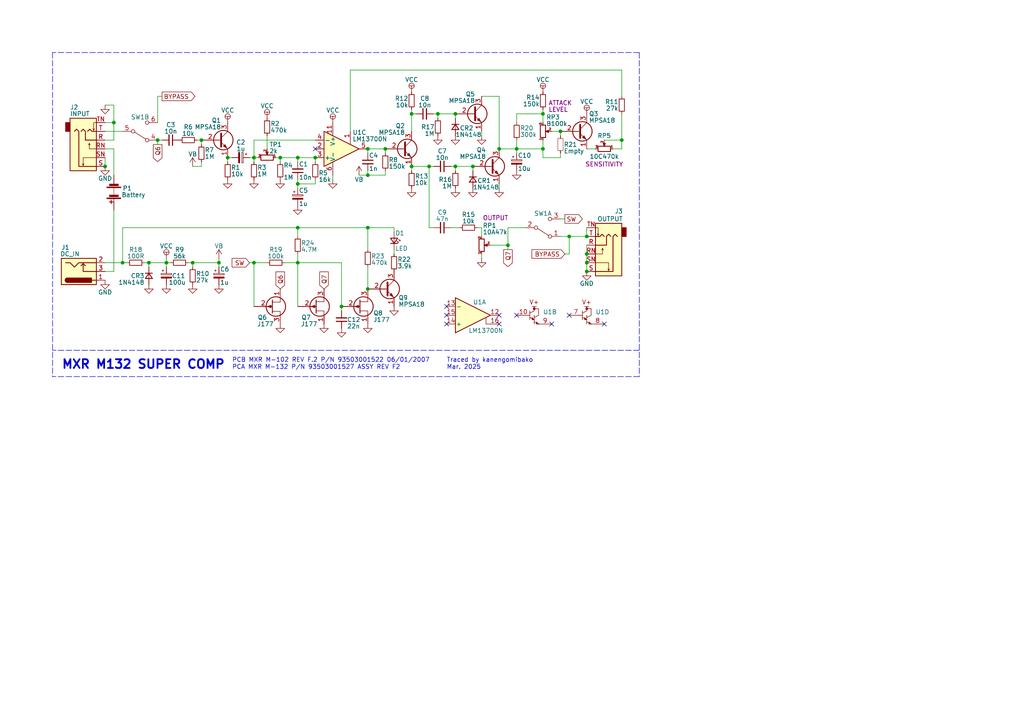
<source format=kicad_sch>
(kicad_sch (version 20250114) (generator "eeschema") (generator_version "9.0")
  (paper "A4")
  (lib_symbols
    (symbol "Amplifier_Operational:LM13700" (pin_names (offset 0.127))
      (property "Reference" "U1" (at 0 10.16 0))
      (property "Value" "LM13700" (at 0 7.62 0))
      (symbol "LM13700_1_1"
        (pin input line (at -7.62 2.54 0) (length 2.54) (name "-") (number "13"))
        (pin input line (at -7.62 0 0) (length 2.54) (name "~") (number "15"))
        (pin input line (at -7.62 -2.54 0) (length 2.54) (name "+") (number "14"))
        (pin output line (at 7.62 0 180) (length 2.54) (name "~") (number "12"))
        (pin input line (at 7.62 -2.54 180) (length 2.54) (name "~") (number "16"))
      )
      (symbol "LM13700_2_1"
        (text "V+" (at -2.54 3.81 0) (effects (font (size 1.27 1.27))))
        (pin input line (at -7.62 0 0) (length 3.81) (name "~") (number "10"))
        (pin output line (at 2.54 -2.54 180) (length 3.81) (name "~") (number "9"))
      )
      (symbol "LM13700_3_1"
        (pin input line (at -7.62 2.54 0) (length 2.54) (name "-") (number "4"))
        (pin input line (at -7.62 0 0) (length 2.54) (name "~") (number "2"))
        (pin input line (at -7.62 -2.54 0) (length 2.54) (name "+") (number "3"))
        (pin input line (at 2.54 5.08 270) (length 2.54) (name "~") (number "1"))
        (pin output line (at 7.62 0 180) (length 2.54) (name "~") (number "5"))
      )
      (symbol "LM13700_4_0"
        (text "V+" (at -2.54 3.81 0) (effects (font (size 1.27 1.27))))
      )
      (symbol "LM13700_4_1"
        (pin input line (at -7.62 0 0) (length 3.81) (name "~") (number "7"))
        (pin output line (at 2.54 -2.54 180) (length 3.81) (name "~") (number "8"))
      )
      (symbol "LM13700_5_1"
        (pin power_in line (at -2.54 7.62 270) (length 3.81) (name "V+") (number "11"))
        (pin power_in line (at -2.54 -7.62 90) (length 3.81) (name "V-") (number "6"))
      )
    )
    (symbol "AudioJack3_Switch_1"
      (property "Reference" "JK2" (at -5.3975 12.065 0))
      (property "Value" "AudioJack3_Switch_1" (at -5.3975 10.16 0))
      (symbol "AudioJack3_Switch_1_1_1"
        (pin passive line (at 5.08 5.08 180) (length 2.54) (name "~") (number "S"))
        (pin passive line (at 5.08 2.54 180) (length 2.54) (name "~") (number "SN"))
        (pin passive line (at 5.08 0 180) (length 2.54) (name "~") (number "RN"))
        (pin passive line (at 5.08 -2.54 180) (length 2.54) (name "~") (number "R"))
        (pin passive line (at 5.08 -5.08 180) (length 2.54) (name "~") (number "T"))
        (pin passive line (at 5.08 -7.62 180) (length 2.54) (name "~") (number "TN"))
      )
    )
    (symbol "Connector:Barrel_Jack_Switch" (pin_names (hide yes))
      (property "Reference" "J" (at 0 5.334 0))
      (property "Value" "Barrel_Jack_Switch" (at 0 -5.08 0))
      (symbol "Barrel_Jack_Switch_1_1"
        (pin passive line (at 7.62 2.54 180) (length 2.54) (name "~") (number "1"))
        (pin passive line (at 7.62 0 180) (length 2.54) (name "~") (number "3"))
        (pin passive line (at 7.62 -2.54 180) (length 2.54) (name "~") (number "2"))
      )
    )
    (symbol "D_Small_1" (pin_numbers (hide yes)) (pin_names (offset 0.254) (hide yes))
      (property "Reference" "D" (at -1.27 2.032 0))
      (property "Value" "D_Small" (at -3.81 -2.032 0))
      (symbol "D_Small_1_1_1"
        (pin passive line (at -2.54 0 0) (length 1.778) (name "K") (number "1"))
        (pin passive line (at 2.54 0 180) (length 1.778) (name "A") (number "2"))
      )
    )
    (symbol "Device:Battery" (pin_numbers (hide yes)) (pin_names (offset 0) (hide yes))
      (property "Reference" "BT" (at 2.54 2.54 0))
      (property "Value" "Battery" (at 2.54 0 0))
      (symbol "Battery_1_1"
        (pin passive line (at 0 5.08 270) (length 2.54) (name "+") (number "1"))
        (pin passive line (at 0 -5.08 90) (length 2.54) (name "-") (number "2"))
      )
    )
    (symbol "Device:C_Polarized_Small" (pin_numbers (hide yes)) (pin_names (offset 0.254) (hide yes))
      (property "Reference" "C" (at 0.254 1.778 0))
      (property "Value" "C_Polarized_Small" (at 0.254 -2.032 0))
      (symbol "C_Polarized_Small_1_1"
        (pin passive line (at 0 2.54 270) (length 1.8542) (name "~") (number "1"))
        (pin passive line (at 0 -2.54 90) (length 1.8542) (name "~") (number "2"))
      )
    )
    (symbol "Device:C_Small" (pin_numbers (hide yes)) (pin_names (offset 0.254) (hide yes))
      (property "Reference" "C" (at 0.254 1.778 0))
      (property "Value" "C_Small" (at 0.254 -2.032 0))
      (symbol "C_Small_1_1"
        (pin passive line (at 0 2.54 270) (length 2.032) (name "~") (number "1"))
        (pin passive line (at 0 -2.54 90) (length 2.032) (name "~") (number "2"))
      )
    )
    (symbol "Device:LED_Small" (pin_numbers (hide yes)) (pin_names (offset 0.254) (hide yes))
      (property "Reference" "D" (at -1.27 3.175 0))
      (property "Value" "LED_Small" (at -4.445 -2.54 0))
      (symbol "LED_Small_1_1"
        (pin passive line (at -2.54 0 0) (length 1.778) (name "K") (number "1"))
        (pin passive line (at 2.54 0 180) (length 1.778) (name "A") (number "2"))
      )
    )
    (symbol "Device:Q_PJFET_SGD" (pin_names (offset 0) (hide yes))
      (property "Reference" "Q" (at 5.08 1.27 0))
      (property "Value" "Q_PJFET_SGD" (at 5.08 -1.27 0))
      (symbol "Q_PJFET_SGD_1_1"
        (pin input line (at -5.08 0 0) (length 5.334) (name "G") (number "2"))
        (pin passive line (at 2.54 5.08 270) (length 2.54) (name "D") (number "3"))
        (pin passive line (at 2.54 -5.08 90) (length 2.54) (name "S") (number "1"))
      )
    )
    (symbol "Device:R_Potentiometer_Small" (pin_names (offset 1.016) (hide yes))
      (property "Reference" "RV" (at -4.445 0 90))
      (property "Value" "R_Potentiometer_Small" (at -2.54 0 90))
      (symbol "R_Potentiometer_Small_1_1"
        (pin passive line (at 0 2.54 270) (length 0.635) (name "1") (number "1"))
        (pin passive line (at 0 -2.54 90) (length 0.635) (name "3") (number "3"))
        (pin passive line (at 2.54 0 180) (length 0.9906) (name "2") (number "2"))
      )
    )
    (symbol "Device:R_Small" (pin_numbers (hide yes)) (pin_names (offset 0.254) (hide yes))
      (property "Reference" "R" (at 0.762 0.508 0))
      (property "Value" "R_Small" (at 0.762 -1.016 0))
      (symbol "R_Small_1_1"
        (pin passive line (at 0 2.54 270) (length 0.762) (name "~") (number "1"))
        (pin passive line (at 0 -2.54 90) (length 0.762) (name "~") (number "2"))
      )
    )
    (symbol "LM13700_1" (pin_names (offset 0.127))
      (property "Reference" "U1" (at 0 10.16 0))
      (property "Value" "LM13700" (at 0 7.62 0))
      (symbol "LM13700_1_1_1"
        (pin input line (at -7.62 2.54 0) (length 2.54) (name "-") (number "13"))
        (pin input line (at -7.62 0 0) (length 2.54) (name "~") (number "15"))
        (pin input line (at -7.62 -2.54 0) (length 2.54) (name "+") (number "14"))
        (pin output line (at 7.62 0 180) (length 2.54) (name "~") (number "12"))
        (pin input line (at 7.62 -2.54 180) (length 2.54) (name "~") (number "16"))
      )
      (symbol "LM13700_1_2_1"
        (text "V+" (at -2.54 3.81 0) (effects (font (size 1.27 1.27))))
        (pin input line (at -7.62 0 0) (length 3.81) (name "~") (number "10"))
        (pin output line (at 2.54 -2.54 180) (length 3.81) (name "~") (number "9"))
      )
      (symbol "LM13700_1_3_1"
        (pin input line (at -7.62 2.54 0) (length 2.54) (name "-") (number "4"))
        (pin input line (at -7.62 0 0) (length 2.54) (name "~") (number "2"))
        (pin input line (at -7.62 -2.54 0) (length 2.54) (name "+") (number "3"))
        (pin input line (at 2.54 5.08 270) (length 2.54) (name "~") (number "1"))
        (pin output line (at 7.62 0 180) (length 2.54) (name "~") (number "5"))
      )
      (symbol "LM13700_1_4_0"
        (text "V+" (at -2.54 3.81 0) (effects (font (size 1.27 1.27))))
      )
      (symbol "LM13700_1_4_1"
        (pin input line (at -7.62 0 0) (length 3.81) (name "~") (number "7"))
        (pin output line (at 2.54 -2.54 180) (length 3.81) (name "~") (number "8"))
      )
      (symbol "LM13700_1_5_1"
        (pin power_in line (at -2.54 7.62 270) (length 3.81) (name "V+") (number "11"))
        (pin power_in line (at -2.54 -7.62 90) (length 3.81) (name "V-") (number "6"))
      )
    )
    (symbol "LM13700_2" (pin_names (offset 0.127))
      (property "Reference" "U1" (at 0 10.16 0))
      (property "Value" "LM13700" (at 0 7.62 0))
      (symbol "LM13700_2_1_1"
        (pin input line (at -7.62 2.54 0) (length 2.54) (name "-") (number "13"))
        (pin input line (at -7.62 0 0) (length 2.54) (name "~") (number "15"))
        (pin input line (at -7.62 -2.54 0) (length 2.54) (name "+") (number "14"))
        (pin output line (at 7.62 0 180) (length 2.54) (name "~") (number "12"))
        (pin input line (at 7.62 -2.54 180) (length 2.54) (name "~") (number "16"))
      )
      (symbol "LM13700_2_2_1"
        (text "V+" (at -2.54 3.81 0) (effects (font (size 1.27 1.27))))
        (pin input line (at -7.62 0 0) (length 3.81) (name "~") (number "10"))
        (pin output line (at 2.54 -2.54 180) (length 3.81) (name "~") (number "9"))
      )
      (symbol "LM13700_2_3_1"
        (pin input line (at -7.62 2.54 0) (length 2.54) (name "-") (number "4"))
        (pin input line (at -7.62 0 0) (length 2.54) (name "~") (number "2"))
        (pin input line (at -7.62 -2.54 0) (length 2.54) (name "+") (number "3"))
        (pin input line (at 2.54 5.08 270) (length 2.54) (name "~") (number "1"))
        (pin output line (at 7.62 0 180) (length 2.54) (name "~") (number "5"))
      )
      (symbol "LM13700_2_4_0"
        (text "V+" (at -2.54 3.81 0) (effects (font (size 1.27 1.27))))
      )
      (symbol "LM13700_2_4_1"
        (pin input line (at -7.62 0 0) (length 3.81) (name "~") (number "7"))
        (pin output line (at 2.54 -2.54 180) (length 3.81) (name "~") (number "8"))
      )
      (symbol "LM13700_2_5_1"
        (pin power_in line (at -2.54 7.62 270) (length 3.81) (name "V+") (number "11"))
        (pin power_in line (at -2.54 -7.62 90) (length 3.81) (name "V-") (number "6"))
      )
    )
    (symbol "LM13700_3" (pin_names (offset 0.127))
      (property "Reference" "U1" (at 0 10.16 0))
      (property "Value" "LM13700" (at 0 7.62 0))
      (symbol "LM13700_3_1_1"
        (pin input line (at -7.62 2.54 0) (length 2.54) (name "-") (number "13"))
        (pin input line (at -7.62 0 0) (length 2.54) (name "~") (number "15"))
        (pin input line (at -7.62 -2.54 0) (length 2.54) (name "+") (number "14"))
        (pin output line (at 7.62 0 180) (length 2.54) (name "~") (number "12"))
        (pin input line (at 7.62 -2.54 180) (length 2.54) (name "~") (number "16"))
      )
      (symbol "LM13700_3_2_1"
        (text "V+" (at -2.54 3.81 0) (effects (font (size 1.27 1.27))))
        (pin input line (at -7.62 0 0) (length 3.81) (name "~") (number "10"))
        (pin output line (at 2.54 -2.54 180) (length 3.81) (name "~") (number "9"))
      )
      (symbol "LM13700_3_3_1"
        (pin input line (at -7.62 2.54 0) (length 2.54) (name "-") (number "4"))
        (pin input line (at -7.62 0 0) (length 2.54) (name "~") (number "2"))
        (pin input line (at -7.62 -2.54 0) (length 2.54) (name "+") (number "3"))
        (pin input line (at 2.54 5.08 270) (length 2.54) (name "~") (number "1"))
        (pin output line (at 7.62 0 180) (length 2.54) (name "~") (number "5"))
      )
      (symbol "LM13700_3_4_0"
        (text "V+" (at -2.54 3.81 0) (effects (font (size 1.27 1.27))))
      )
      (symbol "LM13700_3_4_1"
        (pin input line (at -7.62 0 0) (length 3.81) (name "~") (number "7"))
        (pin output line (at 2.54 -2.54 180) (length 3.81) (name "~") (number "8"))
      )
      (symbol "LM13700_3_5_1"
        (pin power_in line (at -2.54 7.62 270) (length 3.81) (name "V+") (number "11"))
        (pin power_in line (at -2.54 -7.62 90) (length 3.81) (name "V-") (number "6"))
      )
    )
    (symbol "LM13700_4" (pin_names (offset 0.127))
      (property "Reference" "U1" (at 0 10.16 0))
      (property "Value" "LM13700" (at 0 7.62 0))
      (symbol "LM13700_4_1_1"
        (pin input line (at -7.62 2.54 0) (length 2.54) (name "-") (number "13"))
        (pin input line (at -7.62 0 0) (length 2.54) (name "~") (number "15"))
        (pin input line (at -7.62 -2.54 0) (length 2.54) (name "+") (number "14"))
        (pin output line (at 7.62 0 180) (length 2.54) (name "~") (number "12"))
        (pin input line (at 7.62 -2.54 180) (length 2.54) (name "~") (number "16"))
      )
      (symbol "LM13700_4_2_1"
        (text "V+" (at -2.54 3.81 0) (effects (font (size 1.27 1.27))))
        (pin input line (at -7.62 0 0) (length 3.81) (name "~") (number "10"))
        (pin output line (at 2.54 -2.54 180) (length 3.81) (name "~") (number "9"))
      )
      (symbol "LM13700_4_3_1"
        (pin input line (at -7.62 2.54 0) (length 2.54) (name "-") (number "4"))
        (pin input line (at -7.62 0 0) (length 2.54) (name "~") (number "2"))
        (pin input line (at -7.62 -2.54 0) (length 2.54) (name "+") (number "3"))
        (pin input line (at 2.54 5.08 270) (length 2.54) (name "~") (number "1"))
        (pin output line (at 7.62 0 180) (length 2.54) (name "~") (number "5"))
      )
      (symbol "LM13700_4_4_0"
        (text "V+" (at -2.54 3.81 0) (effects (font (size 1.27 1.27))))
      )
      (symbol "LM13700_4_4_1"
        (pin input line (at -7.62 0 0) (length 3.81) (name "~") (number "7"))
        (pin output line (at 2.54 -2.54 180) (length 3.81) (name "~") (number "8"))
      )
      (symbol "LM13700_4_5_1"
        (pin power_in line (at -2.54 7.62 270) (length 3.81) (name "V+") (number "11"))
        (pin power_in line (at -2.54 -7.62 90) (length 3.81) (name "V-") (number "6"))
      )
    )
    (symbol "Transistor_BJT:MPSA42" (pin_names (offset 1.016) (hide yes))
      (property "Reference" "Q" (at 5.08 1.905 0))
      (property "Value" "MPSA42" (at 5.08 0 0))
      (symbol "MPSA42_1_1"
        (pin input line (at -5.08 0 0) (length 5.08) (name "B") (number "2"))
        (pin passive line (at 2.54 5.08 270) (length 2.54) (name "C") (number "3"))
        (pin passive line (at 2.54 -5.08 90) (length 2.54) (name "E") (number "1"))
      )
    )
    (symbol "myLib:R_Small_NP" (pin_numbers (hide yes)) (pin_names (offset 0.254) (hide yes))
      (property "Reference" "R" (at 0.762 0.508 0))
      (property "Value" "R_Small_NP" (at 0.762 -1.016 0))
      (symbol "R_Small_NP_1_1"
        (pin passive line (at 0 2.54 270) (length 0.762) (name "~") (number "1"))
        (pin passive line (at 0 -2.54 90) (length 0.762) (name "~") (number "2"))
      )
    )
    (symbol "myLib:SW_DPDT" (pin_names (offset 0) (hide yes))
      (property "Reference" "SW" (at 0 4.318 0))
      (property "Value" "SW_DPDT" (at 0 -5.08 0))
      (symbol "SW_DPDT_1_1"
        (pin passive line (at -5.08 0 0) (length 2.54) (name "B") (number "2"))
        (pin passive line (at 5.08 2.54 180) (length 2.54) (name "A") (number "1"))
        (pin passive line (at 5.08 -2.54 180) (length 2.54) (name "C") (number "3"))
      )
      (symbol "SW_DPDT_2_1"
        (pin passive line (at -5.08 0 0) (length 2.54) (name "B") (number "5"))
        (pin passive line (at 5.08 2.54 180) (length 2.54) (name "A") (number "4"))
        (pin passive line (at 5.08 -2.54 180) (length 2.54) (name "C") (number "6"))
      )
    )
    (symbol "myLib:VB" (power) (pin_names (offset 0))
      (property "Value" "VB" (at 0 3.556 0))
      (symbol "VB_1_1"
        (pin power_in line (at 0 0 90) (length 0) (hide yes) (name "VB") (number "1"))
      )
    )
    (symbol "myLib:VCC" (power) (pin_names (offset 0))
      (property "Value" "VCC" (at 0 3.556 0))
      (symbol "VCC_1_1"
        (pin power_in line (at 0 0 90) (length 0) (hide yes) (name "VCC") (number "1"))
      )
    )
    (symbol "power:GND" (power) (pin_names (offset 0))
      (property "Value" "GND" (at 0 -3.81 0))
      (symbol "GND_1_1"
        (pin power_in line (at 0 0 270) (length 0) (hide yes) (name "GND") (number "1"))
      )
    )
  )
  (text "MXR M132 SUPER COMP" (at 17.78 107.315 0) (effects (font (size 2.54 2.54) (thickness 0.508) (bold yes)) (justify left bottom)))
  (text "Traced by kanengomibako\nMar. 2025" (at 129.54 107.315 0) (effects (font (size 1.27 1.27)) (justify left bottom)))
  (text "PCB MXR M-102 REV F.2 P/N 93503001522 06/01/2007\nPCA MXR M-132 P/N 93503001527 ASSY REV F2" (at 67.31 107.315 0) (effects (font (size 1.27 1.27)) (justify left bottom)))
  (junction (at 58.42 40.64))
  (junction (at 132.08 48.26))
  (junction (at 99.06 88.9))
  (junction (at 170.18 68.58))
  (junction (at 170.18 78.74))
  (junction (at 111.76 43.18))
  (junction (at 180.34 40.64))
  (junction (at 170.18 73.66))
  (junction (at 106.68 50.8))
  (junction (at 86.36 53.34))
  (junction (at 149.86 43.18))
  (junction (at 132.08 33.02))
  (junction (at 43.18 76.2))
  (junction (at 119.38 48.26))
  (junction (at 81.28 45.72))
  (junction (at 33.02 35.56))
  (junction (at 73.66 45.72))
  (junction (at 106.68 83.82))
  (junction (at 86.36 45.72))
  (junction (at 170.18 76.2))
  (junction (at 119.38 33.02))
  (junction (at 73.66 76.2))
  (junction (at 66.04 45.72))
  (junction (at 30.48 48.26))
  (junction (at 63.5 76.2))
  (junction (at 48.26 76.2))
  (junction (at 147.32 71.12))
  (junction (at 165.1 68.58))
  (junction (at 157.48 33.02))
  (junction (at 106.68 66.04))
  (junction (at 45.72 40.64))
  (junction (at 137.16 48.26))
  (junction (at 162.56 38.1))
  (junction (at 91.44 45.72))
  (junction (at 35.56 76.2))
  (junction (at 106.68 43.18))
  (junction (at 127 33.02))
  (junction (at 55.88 76.2))
  (junction (at 144.78 43.18))
  (junction (at 124.46 48.26))
  (junction (at 86.36 76.2))
  (junction (at 157.48 43.18))
  (junction (at 86.36 66.04))
  (no_connect (at 144.78 93.98))
  (no_connect (at 144.78 91.44))
  (no_connect (at 175.26 93.98))
  (no_connect (at 160.02 93.98))
  (no_connect (at 129.54 91.44))
  (no_connect (at 91.44 43.18))
  (no_connect (at 165.1 91.44))
  (no_connect (at 149.86 91.44))
  (no_connect (at 129.54 93.98))
  (no_connect (at 129.54 88.9))
  (wire (pts (xy 63.5 76.2) (xy 63.5 77.47)))
  (wire (pts (xy 114.3 66.04) (xy 114.3 67.31)))
  (wire (pts (xy 58.42 46.99) (xy 58.42 48.26)))
  (wire (pts (xy 101.6 20.32) (xy 180.34 20.32)))
  (wire (pts (xy 124.46 48.26) (xy 124.46 66.04)))
  (wire (pts (xy 91.44 45.72) (xy 91.44 46.99)))
  (wire (pts (xy 119.38 33.02) (xy 119.38 38.1)))
  (wire (pts (xy 147.32 71.12) (xy 142.24 71.12)))
  (wire (pts (xy 106.68 50.8) (xy 111.76 50.8)))
  (wire (pts (xy 33.02 35.56) (xy 33.02 30.48)))
  (wire (pts (xy 149.86 33.02) (xy 149.86 35.56)))
  (wire (pts (xy 30.48 76.2) (xy 35.56 76.2)))
  (wire (pts (xy 30.48 40.64) (xy 33.02 40.64)))
  (wire (pts (xy 48.26 76.2) (xy 49.53 76.2)))
  (wire (pts (xy 106.68 77.47) (xy 106.68 83.82)))
  (wire (pts (xy 35.56 76.2) (xy 35.56 66.04)))
  (wire (pts (xy 147.32 66.04) (xy 152.4 66.04)))
  (wire (pts (xy 54.61 76.2) (xy 55.88 76.2)))
  (wire (pts (xy 139.7 66.04) (xy 139.7 68.58)))
  (wire (pts (xy 119.38 31.75) (xy 119.38 33.02)))
  (wire (pts (xy 111.76 43.18) (xy 111.76 44.45)))
  (wire (pts (xy 66.04 45.72) (xy 67.31 45.72)))
  (wire (pts (xy 162.56 38.1) (xy 162.56 39.37)))
  (wire (pts (xy 132.08 33.02) (xy 132.08 34.29)))
  (wire (pts (xy 33.02 60.96) (xy 33.02 78.74)))
  (wire (pts (xy 157.48 35.56) (xy 157.48 33.02)))
  (wire (pts (xy 104.14 50.8) (xy 106.68 50.8)))
  (wire (pts (xy 43.18 76.2) (xy 43.18 77.47)))
  (wire (pts (xy 106.68 50.8) (xy 106.68 49.53)))
  (wire (pts (xy 72.39 76.2) (xy 73.66 76.2)))
  (polyline (pts (xy 185.42 101.6) (xy 15.24 101.6)) (stroke (width 0) (type dash)))
  (wire (pts (xy 86.36 76.2) (xy 99.06 76.2)))
  (wire (pts (xy 86.36 66.04) (xy 106.68 66.04)))
  (polyline (pts (xy 185.42 15.24) (xy 15.24 15.24)) (stroke (width 0) (type dash)))
  (wire (pts (xy 163.83 73.66) (xy 165.1 73.66)))
  (wire (pts (xy 119.38 48.26) (xy 119.38 49.53)))
  (wire (pts (xy 175.26 40.64) (xy 180.34 40.64)))
  (wire (pts (xy 147.32 66.04) (xy 147.32 71.12)))
  (wire (pts (xy 127 33.02) (xy 132.08 33.02)))
  (wire (pts (xy 119.38 48.26) (xy 124.46 48.26)))
  (wire (pts (xy 125.73 33.02) (xy 127 33.02)))
  (wire (pts (xy 106.68 66.04) (xy 114.3 66.04)))
  (wire (pts (xy 180.34 43.18) (xy 177.8 43.18)))
  (wire (pts (xy 96.52 52.07) (xy 96.52 50.8)))
  (wire (pts (xy 106.68 43.18) (xy 111.76 43.18)))
  (wire (pts (xy 157.48 45.72) (xy 162.56 45.72)))
  (wire (pts (xy 157.48 31.75) (xy 157.48 33.02)))
  (wire (pts (xy 119.38 33.02) (xy 120.65 33.02)))
  (wire (pts (xy 144.78 43.18) (xy 149.86 43.18)))
  (wire (pts (xy 30.48 38.1) (xy 35.56 38.1)))
  (wire (pts (xy 86.36 45.72) (xy 91.44 45.72)))
  (polyline (pts (xy 185.42 15.24) (xy 185.42 109.22)) (stroke (width 0) (type dash)))
  (wire (pts (xy 72.39 45.72) (xy 73.66 45.72)))
  (wire (pts (xy 86.36 73.66) (xy 86.36 76.2)))
  (wire (pts (xy 170.18 76.2) (xy 170.18 78.74)))
  (wire (pts (xy 106.68 43.18) (xy 106.68 44.45)))
  (wire (pts (xy 30.48 30.48) (xy 33.02 30.48)))
  (wire (pts (xy 170.18 43.18) (xy 172.72 43.18)))
  (wire (pts (xy 170.18 66.04) (xy 170.18 68.58)))
  (wire (pts (xy 30.48 35.56) (xy 33.02 35.56)))
  (wire (pts (xy 99.06 76.2) (xy 99.06 88.9)))
  (wire (pts (xy 81.28 45.72) (xy 81.28 46.99)))
  (wire (pts (xy 91.44 52.07) (xy 91.44 53.34)))
  (wire (pts (xy 77.47 39.37) (xy 77.47 43.18)))
  (wire (pts (xy 55.88 76.2) (xy 55.88 77.47)))
  (wire (pts (xy 114.3 73.66) (xy 114.3 72.39)))
  (wire (pts (xy 30.48 43.18) (xy 33.02 43.18)))
  (wire (pts (xy 137.16 49.53) (xy 137.16 48.26)))
  (wire (pts (xy 55.88 76.2) (xy 63.5 76.2)))
  (wire (pts (xy 45.72 41.91) (xy 45.72 40.64)))
  (wire (pts (xy 33.02 78.74) (xy 30.48 78.74)))
  (wire (pts (xy 139.7 27.94) (xy 144.78 27.94)))
  (wire (pts (xy 86.36 53.34) (xy 86.36 52.07)))
  (wire (pts (xy 66.04 45.72) (xy 66.04 46.99)))
  (wire (pts (xy 45.72 40.64) (xy 46.99 40.64)))
  (wire (pts (xy 139.7 39.37) (xy 139.7 38.1)))
  (wire (pts (xy 132.08 48.26) (xy 137.16 48.26)))
  (wire (pts (xy 35.56 66.04) (xy 86.36 66.04)))
  (wire (pts (xy 86.36 76.2) (xy 86.36 88.9)))
  (wire (pts (xy 80.01 45.72) (xy 81.28 45.72)))
  (wire (pts (xy 43.18 76.2) (xy 48.26 76.2)))
  (wire (pts (xy 149.86 33.02) (xy 157.48 33.02)))
  (wire (pts (xy 45.72 27.94) (xy 46.99 27.94)))
  (wire (pts (xy 82.55 76.2) (xy 86.36 76.2)))
  (wire (pts (xy 149.86 43.18) (xy 157.48 43.18)))
  (wire (pts (xy 99.06 88.9) (xy 99.06 90.17)))
  (wire (pts (xy 157.48 45.72) (xy 157.48 43.18)))
  (wire (pts (xy 149.86 40.64) (xy 149.86 43.18)))
  (wire (pts (xy 160.02 38.1) (xy 162.56 38.1)))
  (wire (pts (xy 139.7 74.93) (xy 139.7 73.66)))
  (wire (pts (xy 86.36 66.04) (xy 86.36 68.58)))
  (wire (pts (xy 73.66 76.2) (xy 77.47 76.2)))
  (wire (pts (xy 162.56 68.58) (xy 165.1 68.58)))
  (wire (pts (xy 180.34 20.32) (xy 180.34 27.94)))
  (wire (pts (xy 73.66 45.72) (xy 74.93 45.72)))
  (wire (pts (xy 138.43 66.04) (xy 139.7 66.04)))
  (wire (pts (xy 33.02 40.64) (xy 33.02 35.56)))
  (wire (pts (xy 127 33.02) (xy 127 34.29)))
  (wire (pts (xy 170.18 73.66) (xy 170.18 76.2)))
  (wire (pts (xy 170.18 71.12) (xy 170.18 73.66)))
  (wire (pts (xy 45.72 35.56) (xy 45.72 27.94)))
  (polyline (pts (xy 185.42 109.22) (xy 15.24 109.22)) (stroke (width 0) (type dash)))
  (wire (pts (xy 30.48 45.72) (xy 30.48 48.26)))
  (wire (pts (xy 157.48 40.64) (xy 157.48 43.18)))
  (wire (pts (xy 144.78 54.61) (xy 144.78 53.34)))
  (wire (pts (xy 130.81 48.26) (xy 132.08 48.26)))
  (wire (pts (xy 180.34 33.02) (xy 180.34 40.64)))
  (wire (pts (xy 86.36 53.34) (xy 91.44 53.34)))
  (wire (pts (xy 165.1 68.58) (xy 170.18 68.58)))
  (wire (pts (xy 144.78 27.94) (xy 144.78 43.18)))
  (wire (pts (xy 124.46 48.26) (xy 125.73 48.26)))
  (wire (pts (xy 91.44 40.64) (xy 73.66 40.64)))
  (wire (pts (xy 73.66 76.2) (xy 73.66 88.9)))
  (wire (pts (xy 57.15 40.64) (xy 58.42 40.64)))
  (wire (pts (xy 41.91 76.2) (xy 43.18 76.2)))
  (wire (pts (xy 86.36 53.34) (xy 86.36 54.61)))
  (wire (pts (xy 162.56 44.45) (xy 162.56 45.72)))
  (wire (pts (xy 81.28 45.72) (xy 86.36 45.72)))
  (wire (pts (xy 58.42 40.64) (xy 58.42 41.91)))
  (polyline (pts (xy 15.24 15.24) (xy 15.24 109.22)) (stroke (width 0) (type dash)))
  (wire (pts (xy 48.26 74.93) (xy 48.26 76.2)))
  (wire (pts (xy 180.34 40.64) (xy 180.34 43.18)))
  (wire (pts (xy 35.56 76.2) (xy 36.83 76.2)))
  (wire (pts (xy 149.86 43.18) (xy 149.86 44.45)))
  (wire (pts (xy 147.32 71.12) (xy 147.32 72.39)))
  (wire (pts (xy 63.5 74.93) (xy 63.5 76.2)))
  (wire (pts (xy 101.6 20.32) (xy 101.6 38.1)))
  (wire (pts (xy 73.66 45.72) (xy 73.66 46.99)))
  (wire (pts (xy 55.88 48.26) (xy 58.42 48.26)))
  (wire (pts (xy 106.68 66.04) (xy 106.68 72.39)))
  (wire (pts (xy 130.81 66.04) (xy 133.35 66.04)))
  (wire (pts (xy 132.08 48.26) (xy 132.08 49.53)))
  (wire (pts (xy 86.36 46.99) (xy 86.36 45.72)))
  (wire (pts (xy 124.46 66.04) (xy 125.73 66.04)))
  (wire (pts (xy 33.02 43.18) (xy 33.02 50.8)))
  (wire (pts (xy 48.26 76.2) (xy 48.26 77.47)))
  (wire (pts (xy 165.1 68.58) (xy 165.1 73.66)))
  (wire (pts (xy 111.76 50.8) (xy 111.76 49.53)))
  (wire (pts (xy 73.66 40.64) (xy 73.66 45.72)))
  (wire (pts (xy 162.56 63.5) (xy 163.83 63.5)))
  (global_label "Q6" (shape output) (at 45.72 41.91 270) (property "Intersheetrefs" "${INTERSHEET_REFS}" (effects (hide yes))))
  (global_label "Q7" (shape input) (at 93.98 83.82 90) (property "Intersheetrefs" "${INTERSHEET_REFS}" (effects (hide yes))))
  (global_label "Q7" (shape output) (at 147.32 72.39 270) (property "Intersheetrefs" "${INTERSHEET_REFS}" (effects (hide yes))))
  (global_label "SW" (shape input) (at 72.39 76.2 180) (property "Intersheetrefs" "${INTERSHEET_REFS}" (effects (hide yes))))
  (global_label "BYPASS" (shape output) (at 46.99 27.94 0) (property "Intersheetrefs" "${INTERSHEET_REFS}" (effects (hide yes))))
  (global_label "BYPASS" (shape input) (at 163.83 73.66 180) (property "Intersheetrefs" "${INTERSHEET_REFS}" (effects (hide yes))))
  (global_label "Q6" (shape input) (at 81.28 83.82 90) (property "Intersheetrefs" "${INTERSHEET_REFS}" (effects (hide yes))))
  (global_label "SW" (shape output) (at 163.83 63.5 0) (property "Intersheetrefs" "${INTERSHEET_REFS}" (effects (hide yes))))
  (symbol (lib_id "Device:R_Small") (at 91.44 49.53 0) (mirror x) (unit 1)
    (property "Reference" "R5" (at 92.3925 50.165 0) (effects (justify left)))
    (property "Value" "16k" (at 92.3925 52.07 0) (effects (justify left)))
    (property "Footprint" "Resistor_THT:R_Axial_DIN0207_L6.3mm_D2.5mm_P10.16mm_Horizontal" (effects (hide yes)))
  )
  (symbol (lib_name "LM13700_3") (lib_id "Amplifier_Operational:LM13700") (at 157.48 91.44 0) (unit 2)
    (property "Reference" "U1" (at 157.48 90.4875 0) (effects (justify left)))
    (property "Value" "LM13700N" (effects (hide yes)))
    (property "Footprint" "Package_DIP:DIP-16_W7.62mm" (effects (hide yes)))
    (property "Description" "Dual Operational Transconductance Amplifiers with Linearizing Diodes and Buffers, DIP-16/SOIC-16" (effects (hide yes)))
  )
  (symbol (lib_id "myLib:VCC") (at 77.47 34.29 0) (unit 1)
    (property "Reference" "#PWR08" (effects (hide yes)))
    (property "Value" "VCC" (at 77.47 30.734 0))
  )
  (symbol (lib_id "power:GND") (at 81.28 93.98 0) (unit 1)
    (property "Reference" "#PWR053" (effects (hide yes)))
    (property "Value" "GND" (effects (hide yes)))
  )
  (symbol (lib_id "myLib:R_Small_NP") (at 162.56 41.91 180) (unit 1)
    (property "Reference" "R21" (at 163.5125 41.91 0) (effects (justify right)))
    (property "Value" "Empty" (at 163.5125 43.815 0) (effects (justify right)))
    (property "Footprint" "Resistor_THT:R_Axial_DIN0207_L6.3mm_D2.5mm_P10.16mm_Horizontal" (effects (hide yes)))
    (property "Description" "Resistor, small symbol" (effects (hide yes)))
  )
  (symbol (lib_id "Device:C_Polarized_Small") (at 86.36 57.15 0) (unit 1)
    (property "Reference" "C5" (at 86.6775 55.245 0) (effects (justify left)))
    (property "Value" "1u" (at 86.6775 59.055 0) (effects (justify left)))
    (property "Footprint" "Capacitor_THT:CP_Radial_D5.0mm_P2.50mm" (effects (hide yes)))
  )
  (symbol (lib_id "Device:C_Small") (at 99.06 92.71 0) (mirror x) (unit 1)
    (property "Reference" "C12" (at 100.6475 92.71 0) (effects (justify left)))
    (property "Value" "22n" (at 100.6475 94.615 0) (effects (justify left)))
    (property "Footprint" "Capacitor_THT:C_Disc_D4.3mm_W1.9mm_P5.00mm" (effects (hide yes)))
  )
  (symbol (lib_id "Device:C_Small") (at 123.19 33.02 90) (unit 1)
    (property "Reference" "C8" (at 123.19 28.575 90))
    (property "Value" "10n" (at 123.19 30.48 90))
    (property "Footprint" "Capacitor_THT:C_Disc_D4.3mm_W1.9mm_P5.00mm" (effects (hide yes)))
  )
  (symbol (lib_id "Device:LED_Small") (at 114.3 69.85 270) (mirror x) (unit 1)
    (property "Reference" "D1" (at 114.6175 67.6275 90) (effects (justify left)))
    (property "Value" "LED" (at 114.6175 72.0725 90) (effects (justify left)))
    (property "Footprint" "LED_THT:LED_D5.0mm" (effects (hide yes)))
  )
  (symbol (lib_id "Device:C_Polarized_Small") (at 69.85 45.72 270) (unit 1)
    (property "Reference" "C2" (at 69.85 41.275 90))
    (property "Value" "1u" (at 69.85 43.18 90))
    (property "Footprint" "Capacitor_THT:CP_Radial_D5.0mm_P2.50mm" (effects (hide yes)))
  )
  (symbol (lib_id "Transistor_BJT:MPSA42") (at 63.5 40.64 0) (unit 1)
    (property "Reference" "Q1" (at 64.135 34.925 0) (effects (justify right)))
    (property "Value" "MPSA18" (at 64.135 36.83 0) (effects (justify right)))
    (property "Footprint" "Package_TO_SOT_THT:TO-92_Wide" (effects (hide yes)))
  )
  (symbol (lib_id "myLib:SW_DPDT") (at 157.48 66.04 0) (mirror x) (unit 1)
    (property "Reference" "SW1" (at 157.48 61.9125 0))
    (property "Value" "SW1" (effects (hide yes)))
    (property "Footprint" "Connector_PinHeader_2.54mm:PinHeader_2x03_P2.54mm_Vertical" (effects (hide yes)))
    (property "Description" "SW_DPDT" (effects (hide yes)))
  )
  (symbol (lib_id "power:GND") (at 119.38 54.61 0) (unit 1)
    (property "Reference" "#PWR044" (effects (hide yes)))
    (property "Value" "GND" (effects (hide yes)))
  )
  (symbol (lib_id "Device:C_Polarized_Small") (at 149.86 46.99 0) (unit 1)
    (property "Reference" "C10" (at 150.1775 45.085 0) (effects (justify left)))
    (property "Value" "10u" (at 150.1775 48.895 0) (effects (justify left)))
    (property "Footprint" "Capacitor_THT:CP_Radial_D5.0mm_P2.50mm" (effects (hide yes)))
  )
  (symbol (lib_name "AudioJack3_Switch_1") (lib_id "Connector:AudioJack3_Switch") (at 175.26 73.66 180) (unit 1)
    (property "Reference" "J3" (at 180.6575 61.2775 0) (effects (justify left)))
    (property "Value" "OUTPUT" (at 180.6575 63.5 0) (effects (justify left)))
    (property "Footprint" "Connector_Audio:Jack_6.35mm_Neutrik_NMJ6HCD2_Horizontal" (effects (hide yes)))
  )
  (symbol (lib_name "LM13700_4") (lib_id "Amplifier_Operational:LM13700") (at 172.72 91.44 0) (unit 4)
    (property "Reference" "U1" (at 172.72 90.4875 0) (effects (justify left)))
    (property "Value" "LM13700N" (effects (hide yes)))
    (property "Footprint" "Package_DIP:DIP-16_W7.62mm" (effects (hide yes)))
    (property "Description" "Dual Operational Transconductance Amplifiers with Linearizing Diodes and Buffers, DIP-16/SOIC-16" (effects (hide yes)))
  )
  (symbol (lib_id "power:GND") (at 139.7 39.37 0) (unit 1)
    (property "Reference" "#PWR049" (effects (hide yes)))
    (property "Value" "GND" (effects (hide yes)))
  )
  (symbol (lib_id "power:GND") (at 30.48 30.48 0) (unit 1)
    (property "Reference" "#PWR060" (effects (hide yes)))
    (property "Value" "GND" (effects (hide yes)))
  )
  (symbol (lib_id "Transistor_BJT:MPSA42") (at 137.16 33.02 0) (unit 1)
    (property "Reference" "Q5" (at 137.795 27.305 0) (effects (justify right)))
    (property "Value" "MPSA18" (at 137.795 29.21 0) (effects (justify right)))
    (property "Footprint" "Package_TO_SOT_THT:TO-92_Wide" (effects (hide yes)))
  )
  (symbol (lib_id "Device:R_Small") (at 135.89 66.04 90) (unit 1)
    (property "Reference" "R15" (at 135.89 62.23 90))
    (property "Value" "10k" (at 135.89 64.135 90))
    (property "Footprint" "Resistor_THT:R_Axial_DIN0207_L6.3mm_D2.5mm_P10.16mm_Horizontal" (effects (hide yes)))
  )
  (symbol (lib_id "Device:R_Small") (at 111.76 46.99 0) (unit 1)
    (property "Reference" "R8" (at 112.7125 46.355 0) (effects (justify left)))
    (property "Value" "150k" (at 112.7125 48.26 0) (effects (justify left)))
    (property "Footprint" "Resistor_THT:R_Axial_DIN0207_L6.3mm_D2.5mm_P10.16mm_Horizontal" (effects (hide yes)))
  )
  (symbol (lib_id "myLib:VCC") (at 157.48 26.67 0) (unit 1)
    (property "Reference" "#PWR07" (effects (hide yes)))
    (property "Value" "VCC" (at 157.48 23.114 0))
  )
  (symbol (lib_id "Device:R_Small") (at 127 36.83 0) (mirror x) (unit 1)
    (property "Reference" "R17" (at 126.0475 36.83 0) (effects (justify right)))
    (property "Value" "1M" (at 126.0475 38.735 0) (effects (justify right)))
    (property "Footprint" "Resistor_THT:R_Axial_DIN0207_L6.3mm_D2.5mm_P10.16mm_Horizontal" (effects (hide yes)))
  )
  (symbol (lib_id "Device:R_Small") (at 157.48 29.21 0) (mirror y) (unit 1)
    (property "Reference" "R14" (at 156.5275 28.2575 0) (effects (justify left)))
    (property "Value" "150k" (at 156.5275 30.1625 0) (effects (justify left)))
    (property "Footprint" "Resistor_THT:R_Axial_DIN0207_L6.3mm_D2.5mm_P10.16mm_Horizontal" (effects (hide yes)))
  )
  (symbol (lib_id "power:GND") (at 132.08 39.37 0) (unit 1)
    (property "Reference" "#PWR045" (effects (hide yes)))
    (property "Value" "GND" (effects (hide yes)))
  )
  (symbol (lib_id "myLib:SW_DPDT") (at 40.64 38.1 0) (mirror x) (unit 2)
    (property "Reference" "SW1" (at 40.64 33.9725 0))
    (property "Value" "SW1" (effects (hide yes)))
    (property "Footprint" "Connector_PinHeader_2.54mm:PinHeader_2x03_P2.54mm_Vertical" (effects (hide yes)))
    (property "Description" "SW_DPDT" (effects (hide yes)))
  )
  (symbol (lib_id "myLib:VCC") (at 119.38 26.67 0) (unit 1)
    (property "Reference" "#PWR05" (effects (hide yes)))
    (property "Value" "VCC" (at 119.38 23.114 0))
  )
  (symbol (lib_id "power:GND") (at 81.28 52.07 0) (unit 1)
    (property "Reference" "#PWR058" (effects (hide yes)))
    (property "Value" "GND" (effects (hide yes)))
  )
  (symbol (lib_name "D_Small_1") (lib_id "Device:D_Small") (at 137.16 52.07 270) (unit 1)
    (property "Reference" "CR1" (at 138.43 52.3875 90) (effects (justify left)))
    (property "Value" "1N4148" (at 137.16 54.2925 90) (effects (justify left)))
    (property "Footprint" "Diode_THT:D_DO-35_SOD27_P10.16mm_Horizontal" (effects (hide yes)))
    (property "Description" "Diode, small symbol" (effects (hide yes)))
    (property "Sim.Device" "D" (effects (hide yes)))
    (property "Sim.Pins" "1=K 2=A" (effects (hide yes)))
  )
  (symbol (lib_id "Device:C_Small") (at 128.27 66.04 270) (mirror x) (unit 1)
    (property "Reference" "C9" (at 128.27 61.595 90))
    (property "Value" "47n" (at 128.27 63.5 90))
    (property "Footprint" "Capacitor_THT:C_Disc_D4.3mm_W1.9mm_P5.00mm" (effects (hide yes)))
  )
  (symbol (lib_id "Device:R_Small") (at 119.38 52.07 0) (unit 1)
    (property "Reference" "R13" (at 120.3325 51.1175 0) (effects (justify left)))
    (property "Value" "10k" (at 120.3325 53.0225 0) (effects (justify left)))
    (property "Footprint" "Resistor_THT:R_Axial_DIN0207_L6.3mm_D2.5mm_P10.16mm_Horizontal" (effects (hide yes)))
  )
  (symbol (lib_id "power:GND") (at 149.86 49.53 0) (unit 1)
    (property "Reference" "#PWR051" (effects (hide yes)))
    (property "Value" "GND" (effects (hide yes)))
  )
  (symbol (lib_id "Device:R_Small") (at 149.86 38.1 0) (mirror x) (unit 1)
    (property "Reference" "R20" (at 150.8125 37.1475 0) (effects (justify left)))
    (property "Value" "300k" (at 150.8125 39.0525 0) (effects (justify left)))
    (property "Footprint" "Resistor_THT:R_Axial_DIN0207_L6.3mm_D2.5mm_P10.16mm_Horizontal" (effects (hide yes)))
  )
  (symbol (lib_id "Device:C_Polarized_Small") (at 63.5 80.01 0) (unit 1)
    (property "Reference" "C6" (at 63.8175 78.105 0) (effects (justify left)))
    (property "Value" "1u" (at 63.8175 81.915 0) (effects (justify left)))
    (property "Footprint" "Capacitor_THT:CP_Radial_D5.0mm_P2.50mm" (effects (hide yes)))
  )
  (symbol (lib_id "power:GND") (at 55.88 82.55 0) (unit 1)
    (property "Reference" "#PWR041" (effects (hide yes)))
    (property "Value" "GND" (effects (hide yes)))
  )
  (symbol (lib_id "Device:R_Potentiometer_Small") (at 139.7 71.12 0) (mirror x) (unit 1)
    (property "Reference" "RP1" (at 140.0175 65.405 0) (effects (justify left)))
    (property "Value" "10A47k" (at 140.0175 67.31 0) (effects (justify left)))
    (property "Footprint" "myFoot:my_pot_5mm" (effects (hide yes)))
    (property "NAME" "OUTPUT" (at 140.0175 63.1825 0) (effects (justify left)))
  )
  (symbol (lib_id "power:GND") (at 86.36 59.69 0) (unit 1)
    (property "Reference" "#PWR039" (effects (hide yes)))
    (property "Value" "GND" (effects (hide yes)))
  )
  (symbol (lib_name "LM13700_2") (lib_id "Amplifier_Operational:LM13700") (at 137.16 91.44 0) (unit 1)
    (property "Reference" "U1" (at 137.16 87.63 0) (effects (justify left)))
    (property "Value" "LM13700N" (at 135.89 95.885 0) (effects (justify left)))
    (property "Footprint" "Package_DIP:DIP-16_W7.62mm" (effects (hide yes)))
    (property "Description" "Dual Operational Transconductance Amplifiers with Linearizing Diodes and Buffers, DIP-16/SOIC-16" (effects (hide yes)))
  )
  (symbol (lib_id "power:GND") (at 96.52 52.07 0) (unit 1)
    (property "Reference" "#PWR059" (effects (hide yes)))
    (property "Value" "GND" (effects (hide yes)))
  )
  (symbol (lib_id "power:GND") (at 93.98 93.98 0) (unit 1)
    (property "Reference" "#PWR054" (effects (hide yes)))
    (property "Value" "GND" (effects (hide yes)))
  )
  (symbol (lib_id "Device:R_Small") (at 119.38 29.21 0) (mirror x) (unit 1)
    (property "Reference" "R12" (at 118.4275 28.575 0) (effects (justify right)))
    (property "Value" "10k" (at 118.4275 30.48 0) (effects (justify right)))
    (property "Footprint" "Resistor_THT:R_Axial_DIN0207_L6.3mm_D2.5mm_P10.16mm_Horizontal" (effects (hide yes)))
  )
  (symbol (lib_id "Device:R_Small") (at 52.07 76.2 90) (unit 1)
    (property "Reference" "R9" (at 52.07 72.39 90))
    (property "Value" "56k" (at 52.07 74.295 90))
    (property "Footprint" "Resistor_THT:R_Axial_DIN0207_L6.3mm_D2.5mm_P10.16mm_Horizontal" (effects (hide yes)))
  )
  (symbol (lib_id "power:GND") (at 99.06 95.25 0) (unit 1)
    (property "Reference" "#PWR057" (effects (hide yes)))
    (property "Value" "GND" (effects (hide yes)))
  )
  (symbol (lib_id "myLib:VCC") (at 170.18 33.02 0) (unit 1)
    (property "Reference" "#PWR09" (effects (hide yes)))
    (property "Value" "VCC" (at 170.18 29.464 0))
  )
  (symbol (lib_id "power:GND") (at 66.04 52.07 0) (unit 1)
    (property "Reference" "#PWR038" (effects (hide yes)))
    (property "Value" "GND" (effects (hide yes)))
  )
  (symbol (lib_id "Device:R_Small") (at 114.3 76.2 0) (mirror x) (unit 1)
    (property "Reference" "R22" (at 115.2525 75.2475 0) (effects (justify left)))
    (property "Value" "3.9k" (at 115.2525 77.1525 0) (effects (justify left)))
    (property "Footprint" "Resistor_THT:R_Axial_DIN0207_L6.3mm_D2.5mm_P10.16mm_Horizontal" (effects (hide yes)))
  )
  (symbol (lib_id "Device:R_Small") (at 81.28 49.53 0) (unit 1)
    (property "Reference" "R4" (at 82.2325 47.9425 0) (effects (justify left)))
    (property "Value" "1M" (at 82.2325 51.435 0) (effects (justify left)))
    (property "Footprint" "Resistor_THT:R_Axial_DIN0207_L6.3mm_D2.5mm_P10.16mm_Horizontal" (effects (hide yes)))
  )
  (symbol (lib_id "myLib:VCC") (at 96.52 35.56 0) (unit 1)
    (property "Reference" "#PWR06" (effects (hide yes)))
    (property "Value" "VCC" (at 96.52 32.004 0))
  )
  (symbol (lib_id "power:GND") (at 30.48 81.28 0) (unit 1)
    (property "Reference" "#PWR01" (effects (hide yes)))
    (property "Value" "GND" (at 30.48 84.7725 0))
  )
  (symbol (lib_id "Connector:Barrel_Jack_Switch") (at 22.86 78.74 0) (mirror x) (unit 1)
    (property "Reference" "J1" (at 17.78 71.755 0) (effects (justify left)))
    (property "Value" "DC_IN" (at 17.4625 73.66 0) (effects (justify left)))
    (property "Footprint" "myFoot:my_DC_Jack" (effects (hide yes)))
  )
  (symbol (lib_id "myLib:VB") (at 104.14 50.8 0) (unit 1)
    (property "Reference" "#PWR016" (effects (hide yes)))
    (property "Value" "VB" (at 104.14 52.07 0))
  )
  (symbol (lib_id "myLib:VCC") (at 66.04 35.56 0) (unit 1)
    (property "Reference" "#PWR04" (effects (hide yes)))
    (property "Value" "VCC" (at 66.04 32.004 0))
  )
  (symbol (lib_id "Device:R_Small") (at 66.04 49.53 0) (unit 1)
    (property "Reference" "R1" (at 66.9925 48.5775 0) (effects (justify left)))
    (property "Value" "10k" (at 66.9925 50.4825 0) (effects (justify left)))
    (property "Footprint" "Resistor_THT:R_Axial_DIN0207_L6.3mm_D2.5mm_P10.16mm_Horizontal" (effects (hide yes)))
  )
  (symbol (lib_id "Device:R_Small") (at 55.88 80.01 0) (mirror x) (unit 1)
    (property "Reference" "R10" (at 56.8325 79.375 0) (effects (justify left)))
    (property "Value" "27k" (at 56.8325 81.28 0) (effects (justify left)))
    (property "Footprint" "Resistor_THT:R_Axial_DIN0207_L6.3mm_D2.5mm_P10.16mm_Horizontal" (effects (hide yes)))
  )
  (symbol (lib_id "Device:R_Small") (at 106.68 74.93 0) (mirror x) (unit 1)
    (property "Reference" "R23" (at 107.6325 74.295 0) (effects (justify left)))
    (property "Value" "470k" (at 107.6325 76.2 0) (effects (justify left)))
    (property "Footprint" "Resistor_THT:R_Axial_DIN0207_L6.3mm_D2.5mm_P10.16mm_Horizontal" (effects (hide yes)))
  )
  (symbol (lib_id "Transistor_BJT:MPSA42") (at 167.64 38.1 0) (unit 1)
    (property "Reference" "Q3" (at 170.815 33.02 0) (effects (justify left)))
    (property "Value" "MPSA18" (at 170.815 34.925 0) (effects (justify left)))
    (property "Footprint" "Package_TO_SOT_THT:TO-92_Wide" (effects (hide yes)))
  )
  (symbol (lib_id "power:GND") (at 139.7 74.93 0) (unit 1)
    (property "Reference" "#PWR052" (effects (hide yes)))
    (property "Value" "GND" (effects (hide yes)))
  )
  (symbol (lib_name "D_Small_1") (lib_id "Device:D_Small") (at 132.08 36.83 270) (unit 1)
    (property "Reference" "CR2" (at 133.35 37.1475 90) (effects (justify left)))
    (property "Value" "1N4148" (at 132.08 39.0525 90) (effects (justify left)))
    (property "Footprint" "Diode_THT:D_DO-35_SOD27_P10.16mm_Horizontal" (effects (hide yes)))
    (property "Description" "Diode, small symbol" (effects (hide yes)))
    (property "Sim.Device" "D" (effects (hide yes)))
    (property "Sim.Pins" "1=K 2=A" (effects (hide yes)))
  )
  (symbol (lib_id "Transistor_BJT:MPSA42") (at 142.24 48.26 0) (unit 1)
    (property "Reference" "Q4" (at 140.97 43.4975 0) (effects (justify right)))
    (property "Value" "MPSA18" (at 140.97 45.4025 0) (effects (justify right)))
    (property "Footprint" "Package_TO_SOT_THT:TO-92_Wide" (effects (hide yes)))
  )
  (symbol (lib_id "myLib:VB") (at 55.88 48.26 0) (unit 1)
    (property "Reference" "#PWR017" (effects (hide yes)))
    (property "Value" "VB" (at 55.88 44.704 0))
  )
  (symbol (lib_id "Device:R_Small") (at 77.47 36.83 0) (mirror x) (unit 1)
    (property "Reference" "R2" (at 78.4225 35.8775 0) (effects (justify left)))
    (property "Value" "470k" (at 78.4225 37.7825 0) (effects (justify left)))
    (property "Footprint" "Resistor_THT:R_Axial_DIN0207_L6.3mm_D2.5mm_P10.16mm_Horizontal" (effects (hide yes)))
  )
  (symbol (lib_id "Device:C_Polarized_Small") (at 48.26 80.01 0) (unit 1)
    (property "Reference" "C11" (at 49.8475 80.01 0) (effects (justify left)))
    (property "Value" "100u" (at 48.895 81.915 0) (effects (justify left)))
    (property "Footprint" "Capacitor_THT:CP_Radial_D5.0mm_P2.50mm" (effects (hide yes)))
  )
  (symbol (lib_id "power:GND") (at 63.5 82.55 0) (unit 1)
    (property "Reference" "#PWR040" (effects (hide yes)))
    (property "Value" "GND" (effects (hide yes)))
  )
  (symbol (lib_id "myLib:VB") (at 63.5 74.93 0) (unit 1)
    (property "Reference" "#PWR015" (effects (hide yes)))
    (property "Value" "VB" (at 63.5 71.374 0))
  )
  (symbol (lib_id "Device:Q_PJFET_SGD") (at 104.14 88.9 0) (unit 1)
    (property "Reference" "Q8" (at 108.2675 90.805 0) (effects (justify left)))
    (property "Value" "J177" (at 108.2675 92.71 0) (effects (justify left)))
    (property "Footprint" "Package_TO_SOT_THT:TO-92_Wide" (effects (hide yes)))
    (property "Description" "P-JFET transistor, source/gate/drain" (effects (hide yes)))
  )
  (symbol (lib_id "Device:Q_PJFET_SGD") (at 78.74 88.9 0) (mirror x) (unit 1)
    (property "Reference" "Q6" (at 77.47 92.075 0) (effects (justify right)))
    (property "Value" "J177" (at 79.375 93.98 0) (effects (justify right)))
    (property "Footprint" "Package_TO_SOT_THT:TO-92_Wide" (effects (hide yes)))
    (property "Description" "P-JFET transistor, source/gate/drain" (effects (hide yes)))
  )
  (symbol (lib_id "Transistor_BJT:MPSA42") (at 111.76 83.82 0) (unit 1)
    (property "Reference" "Q9" (at 115.57 86.36 0) (effects (justify left)))
    (property "Value" "MPSA18" (at 115.57 88.265 0) (effects (justify left)))
    (property "Footprint" "Package_TO_SOT_THT:TO-92_Wide" (effects (hide yes)))
  )
  (symbol (lib_id "power:GND") (at 137.16 54.61 0) (unit 1)
    (property "Reference" "#PWR047" (effects (hide yes)))
    (property "Value" "GND" (effects (hide yes)))
  )
  (symbol (lib_id "Device:R_Small") (at 132.08 52.07 180) (unit 1)
    (property "Reference" "R16" (at 131.1275 52.07 0) (effects (justify left)))
    (property "Value" "1M" (at 131.1275 53.975 0) (effects (justify left)))
    (property "Footprint" "Resistor_THT:R_Axial_DIN0207_L6.3mm_D2.5mm_P10.16mm_Horizontal" (effects (hide yes)))
  )
  (symbol (lib_id "power:GND") (at 170.18 78.74 0) (unit 1)
    (property "Reference" "#PWR010" (effects (hide yes)))
    (property "Value" "GND" (at 170.18 82.2325 0))
  )
  (symbol (lib_id "Device:R_Small") (at 73.66 49.53 0) (mirror x) (unit 1)
    (property "Reference" "R3" (at 74.6125 48.5775 0) (effects (justify left)))
    (property "Value" "1M" (at 74.6125 50.4825 0) (effects (justify left)))
    (property "Footprint" "Resistor_THT:R_Axial_DIN0207_L6.3mm_D2.5mm_P10.16mm_Horizontal" (effects (hide yes)))
  )
  (symbol (lib_id "Device:R_Small") (at 180.34 30.48 0) (mirror x) (unit 1)
    (property "Reference" "R11" (at 179.3875 29.5275 0) (effects (justify right)))
    (property "Value" "27k" (at 179.3875 31.4325 0) (effects (justify right)))
    (property "Footprint" "Resistor_THT:R_Axial_DIN0207_L6.3mm_D2.5mm_P10.16mm_Horizontal" (effects (hide yes)))
  )
  (symbol (lib_id "Device:R_Potentiometer_Small") (at 157.48 38.1 0) (mirror x) (unit 1)
    (property "Reference" "RP3" (at 158.4325 33.9725 0) (effects (justify left)))
    (property "Value" "B100k" (at 158.4325 35.8775 0) (effects (justify left)))
    (property "Footprint" "myFoot:my_pot_5mm" (effects (hide yes)))
    (property "NAME" "ATTACK" (at 159.0675 29.845 0) (effects (justify left)))
    (property "NAME2" "LEVEL" (at 159.0675 31.75 0) (effects (justify left)))
  )
  (symbol (lib_id "power:GND") (at 144.78 54.61 0) (unit 1)
    (property "Reference" "#PWR050" (effects (hide yes)))
    (property "Value" "GND" (effects (hide yes)))
  )
  (symbol (lib_id "Device:R_Small") (at 54.61 40.64 270) (mirror x) (unit 1)
    (property "Reference" "R6" (at 54.61 36.83 90))
    (property "Value" "10k" (at 54.61 38.735 90))
    (property "Footprint" "Resistor_THT:R_Axial_DIN0207_L6.3mm_D2.5mm_P10.16mm_Horizontal" (effects (hide yes)))
  )
  (symbol (lib_id "power:GND") (at 127 39.37 0) (unit 1)
    (property "Reference" "#PWR046" (effects (hide yes)))
    (property "Value" "GND" (effects (hide yes)))
  )
  (symbol (lib_id "Device:C_Small") (at 106.68 46.99 0) (unit 1)
    (property "Reference" "C4" (at 106.9975 45.085 0) (effects (justify left)))
    (property "Value" "1n" (at 106.9975 48.895 0) (effects (justify left)))
    (property "Footprint" "Capacitor_THT:C_Disc_D4.3mm_W1.9mm_P5.00mm" (effects (hide yes)))
  )
  (symbol (lib_id "power:GND") (at 114.3 88.9 0) (unit 1)
    (property "Reference" "#PWR055" (effects (hide yes)))
    (property "Value" "GND" (effects (hide yes)))
  )
  (symbol (lib_id "Device:C_Small") (at 128.27 48.26 270) (mirror x) (unit 1)
    (property "Reference" "C7" (at 128.27 43.815 90))
    (property "Value" "10n" (at 128.27 45.72 90))
    (property "Footprint" "Capacitor_THT:C_Disc_D4.3mm_W1.9mm_P5.00mm" (effects (hide yes)))
  )
  (symbol (lib_id "Device:R_Small") (at 39.37 76.2 270) (mirror x) (unit 1)
    (property "Reference" "R18" (at 39.37 72.39 90))
    (property "Value" "100R" (at 39.37 74.295 90))
    (property "Footprint" "Resistor_THT:R_Axial_DIN0207_L6.3mm_D2.5mm_P10.16mm_Horizontal" (effects (hide yes)))
  )
  (symbol (lib_id "power:GND") (at 30.48 48.26 0) (unit 1)
    (property "Reference" "#PWR02" (effects (hide yes)))
    (property "Value" "GND" (at 30.48 51.7525 0))
  )
  (symbol (lib_id "power:GND") (at 73.66 52.07 0) (unit 1)
    (property "Reference" "#PWR037" (effects (hide yes)))
    (property "Value" "GND" (effects (hide yes)))
  )
  (symbol (lib_id "Amplifier_Operational:LM13700") (at 99.06 43.18 0) (unit 5)
    (property "Reference" "U1" (effects (hide yes)))
    (property "Value" "LM13700N" (effects (hide yes)))
    (property "Footprint" "Package_DIP:DIP-16_W7.62mm" (effects (hide yes)))
    (property "Description" "Dual Operational Transconductance Amplifiers with Linearizing Diodes and Buffers, DIP-16/SOIC-16" (effects (hide yes)))
  )
  (symbol (lib_name "D_Small_1") (lib_id "Device:D_Small") (at 43.18 80.01 90) (mirror x) (unit 1)
    (property "Reference" "CR3" (at 41.91 80.01 90) (effects (justify left)))
    (property "Value" "1N4148" (at 41.91 81.915 90) (effects (justify left)))
    (property "Footprint" "Diode_THT:D_DO-35_SOD27_P10.16mm_Horizontal" (effects (hide yes)))
    (property "Description" "Diode, small symbol" (effects (hide yes)))
    (property "Sim.Device" "D" (effects (hide yes)))
    (property "Sim.Pins" "1=K 2=A" (effects (hide yes)))
  )
  (symbol (lib_id "Device:R_Small") (at 58.42 44.45 0) (unit 1)
    (property "Reference" "R7" (at 59.3725 43.4975 0) (effects (justify left)))
    (property "Value" "1M" (at 59.3725 45.4025 0) (effects (justify left)))
    (property "Footprint" "Resistor_THT:R_Axial_DIN0207_L6.3mm_D2.5mm_P10.16mm_Horizontal" (effects (hide yes)))
  )
  (symbol (lib_id "Device:R_Small") (at 86.36 71.12 0) (mirror x) (unit 1)
    (property "Reference" "R24" (at 87.3125 70.485 0) (effects (justify left)))
    (property "Value" "4.7M" (at 87.3125 72.39 0) (effects (justify left)))
    (property "Footprint" "Resistor_THT:R_Axial_DIN0207_L6.3mm_D2.5mm_P10.16mm_Horizontal" (effects (hide yes)))
  )
  (symbol (lib_id "power:GND") (at 132.08 54.61 0) (unit 1)
    (property "Reference" "#PWR048" (effects (hide yes)))
    (property "Value" "GND" (effects (hide yes)))
  )
  (symbol (lib_id "power:GND") (at 43.18 82.55 0) (unit 1)
    (property "Reference" "#PWR043" (effects (hide yes)))
    (property "Value" "GND" (effects (hide yes)))
  )
  (symbol (lib_id "Device:Q_PJFET_SGD") (at 91.44 88.9 0) (unit 1)
    (property "Reference" "Q7" (at 90.17 92.075 0) (effects (justify right)))
    (property "Value" "J177" (at 92.075 93.98 0) (effects (justify right)))
    (property "Footprint" "Package_TO_SOT_THT:TO-92_Wide" (effects (hide yes)))
    (property "Description" "P-JFET transistor, source/gate/drain" (effects (hide yes)))
  )
  (symbol (lib_id "Device:R_Potentiometer_Small") (at 77.47 45.72 270) (mirror x) (unit 1)
    (property "Reference" "TP1" (at 78.105 41.91 90) (effects (justify left)))
    (property "Value" "2k" (at 78.105 43.815 90) (effects (justify left)))
    (property "Footprint" "Potentiometer_THT:Potentiometer_ACP_CA9-V10_Vertical_Hole" (effects (hide yes)))
  )
  (symbol (lib_id "Device:C_Small") (at 49.53 40.64 270) (mirror x) (unit 1)
    (property "Reference" "C3" (at 49.53 36.195 90))
    (property "Value" "10n" (at 49.53 38.1 90))
    (property "Footprint" "Capacitor_THT:C_Disc_D4.3mm_W1.9mm_P5.00mm" (effects (hide yes)))
  )
  (symbol (lib_id "Device:Battery") (at 33.02 55.88 180) (unit 1)
    (property "Reference" "P1" (at 35.56 54.61 0) (effects (justify right)))
    (property "Value" "Battery" (at 35.2425 56.515 0) (effects (justify right)))
    (property "Footprint" "myFoot:my_conn" (effects (hide yes)))
  )
  (symbol (lib_name "AudioJack3_Switch_1") (lib_id "Connector:AudioJack3_Switch") (at 25.4 43.18 0) (mirror x) (unit 1)
    (property "Reference" "J2" (at 20.32 31.115 0) (effects (justify left)))
    (property "Value" "INPUT" (at 20.32 33.02 0) (effects (justify left)))
    (property "Footprint" "Connector_Audio:Jack_6.35mm_Neutrik_NMJ6HCD2_Horizontal" (effects (hide yes)))
  )
  (symbol (lib_id "power:GND") (at 48.26 82.55 0) (unit 1)
    (property "Reference" "#PWR042" (effects (hide yes)))
    (property "Value" "GND" (effects (hide yes)))
  )
  (symbol (lib_id "myLib:VCC") (at 48.26 74.93 0) (unit 1)
    (property "Reference" "#PWR03" (effects (hide yes)))
    (property "Value" "VCC" (at 48.26 71.374 0))
  )
  (symbol (lib_id "Transistor_BJT:MPSA42") (at 116.84 43.18 0) (unit 1)
    (property "Reference" "Q2" (at 117.475 36.5125 0) (effects (justify right)))
    (property "Value" "MPSA18" (at 117.475 38.4175 0) (effects (justify right)))
    (property "Footprint" "Package_TO_SOT_THT:TO-92_Wide" (effects (hide yes)))
  )
  (symbol (lib_name "LM13700_1") (lib_id "Amplifier_Operational:LM13700") (at 99.06 43.18 0) (unit 3)
    (property "Reference" "U1" (at 102.235 38.4175 0) (effects (justify left)))
    (property "Value" "LM13700N" (at 102.235 40.3225 0) (effects (justify left)))
    (property "Footprint" "Package_DIP:DIP-16_W7.62mm" (effects (hide yes)))
    (property "Description" "Dual Operational Transconductance Amplifiers with Linearizing Diodes and Buffers, DIP-16/SOIC-16" (effects (hide yes)))
  )
  (symbol (lib_id "power:GND") (at 106.68 93.98 0) (unit 1)
    (property "Reference" "#PWR056" (effects (hide yes)))
    (property "Value" "GND" (effects (hide yes)))
  )
  (symbol (lib_id "Device:C_Small") (at 86.36 49.53 180) (unit 1)
    (property "Reference" "C1" (at 86.6775 47.625 0) (effects (justify right)))
    (property "Value" "10n" (at 86.6775 51.435 0) (effects (justify right)))
    (property "Footprint" "Capacitor_THT:C_Disc_D4.3mm_W1.9mm_P5.00mm" (effects (hide yes)))
  )
  (symbol (lib_id "Device:R_Potentiometer_Small") (at 175.26 43.18 270) (mirror x) (unit 1)
    (property "Reference" "RP5" (at 175.26 39.37 90))
    (property "Value" "10C470k" (at 175.26 45.4025 90))
    (property "Footprint" "myFoot:my_pot_5mm" (effects (hide yes)))
    (property "NAME" "SENSITIVITY" (at 175.26 47.625 90))
  )
  (symbol (lib_id "Device:R_Small") (at 80.01 76.2 270) (mirror x) (unit 1)
    (property "Reference" "R19" (at 80.01 72.39 90))
    (property "Value" "100k" (at 80.01 74.295 90))
    (property "Footprint" "Resistor_THT:R_Axial_DIN0207_L6.3mm_D2.5mm_P10.16mm_Horizontal" (effects (hide yes)))
  )
)
</source>
